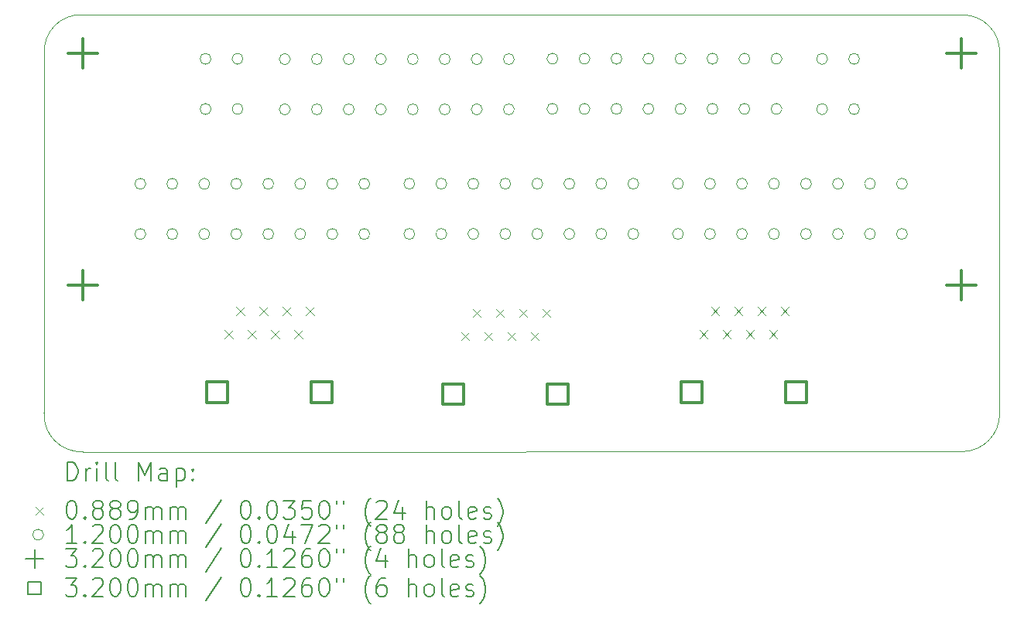
<source format=gbr>
%TF.GenerationSoftware,KiCad,Pcbnew,7.0.7*%
%TF.CreationDate,2024-06-02T15:26:51-07:00*%
%TF.ProjectId,AnalogBox,416e616c-6f67-4426-9f78-2e6b69636164,rev?*%
%TF.SameCoordinates,Original*%
%TF.FileFunction,Drillmap*%
%TF.FilePolarity,Positive*%
%FSLAX45Y45*%
G04 Gerber Fmt 4.5, Leading zero omitted, Abs format (unit mm)*
G04 Created by KiCad (PCBNEW 7.0.7) date 2024-06-02 15:26:51*
%MOMM*%
%LPD*%
G01*
G04 APERTURE LIST*
%ADD10C,0.100000*%
%ADD11C,0.200000*%
%ADD12C,0.088900*%
%ADD13C,0.120000*%
%ADD14C,0.320000*%
%ADD15C,0.320040*%
G04 APERTURE END LIST*
D10*
X18950000Y-12775000D02*
X18949522Y-8839973D01*
X8497902Y-12774896D02*
G75*
G03*
X8925000Y-13200000I405098J-20104D01*
G01*
X8928292Y-8412941D02*
X18536000Y-8415000D01*
X18536004Y-13199170D02*
G75*
G03*
X18950000Y-12775000I1996J412170D01*
G01*
X8497902Y-12774896D02*
X8500000Y-8840000D01*
X8925000Y-13200000D02*
X18536004Y-13199170D01*
X8928292Y-8412943D02*
G75*
G03*
X8500000Y-8840000I-29152J-399057D01*
G01*
X18949522Y-8839973D02*
G75*
G03*
X18536000Y-8415000I-401522J22973D01*
G01*
D11*
D12*
X10473550Y-11868550D02*
X10562450Y-11957450D01*
X10562450Y-11868550D02*
X10473550Y-11957450D01*
X10600550Y-11614550D02*
X10689450Y-11703450D01*
X10689450Y-11614550D02*
X10600550Y-11703450D01*
X10727550Y-11868550D02*
X10816450Y-11957450D01*
X10816450Y-11868550D02*
X10727550Y-11957450D01*
X10854550Y-11614550D02*
X10943450Y-11703450D01*
X10943450Y-11614550D02*
X10854550Y-11703450D01*
X10981550Y-11868550D02*
X11070450Y-11957450D01*
X11070450Y-11868550D02*
X10981550Y-11957450D01*
X11108550Y-11614550D02*
X11197450Y-11703450D01*
X11197450Y-11614550D02*
X11108550Y-11703450D01*
X11235550Y-11868550D02*
X11324450Y-11957450D01*
X11324450Y-11868550D02*
X11235550Y-11957450D01*
X11362550Y-11614550D02*
X11451450Y-11703450D01*
X11451450Y-11614550D02*
X11362550Y-11703450D01*
X13057550Y-11890550D02*
X13146450Y-11979450D01*
X13146450Y-11890550D02*
X13057550Y-11979450D01*
X13184550Y-11636550D02*
X13273450Y-11725450D01*
X13273450Y-11636550D02*
X13184550Y-11725450D01*
X13311550Y-11890550D02*
X13400450Y-11979450D01*
X13400450Y-11890550D02*
X13311550Y-11979450D01*
X13438550Y-11636550D02*
X13527450Y-11725450D01*
X13527450Y-11636550D02*
X13438550Y-11725450D01*
X13565550Y-11890550D02*
X13654450Y-11979450D01*
X13654450Y-11890550D02*
X13565550Y-11979450D01*
X13692550Y-11636550D02*
X13781450Y-11725450D01*
X13781450Y-11636550D02*
X13692550Y-11725450D01*
X13819550Y-11890550D02*
X13908450Y-11979450D01*
X13908450Y-11890550D02*
X13819550Y-11979450D01*
X13946550Y-11636550D02*
X14035450Y-11725450D01*
X14035450Y-11636550D02*
X13946550Y-11725450D01*
X15665540Y-11868010D02*
X15754440Y-11956910D01*
X15754440Y-11868010D02*
X15665540Y-11956910D01*
X15792540Y-11614010D02*
X15881440Y-11702910D01*
X15881440Y-11614010D02*
X15792540Y-11702910D01*
X15919540Y-11868010D02*
X16008440Y-11956910D01*
X16008440Y-11868010D02*
X15919540Y-11956910D01*
X16046540Y-11614010D02*
X16135440Y-11702910D01*
X16135440Y-11614010D02*
X16046540Y-11702910D01*
X16173540Y-11868010D02*
X16262440Y-11956910D01*
X16262440Y-11868010D02*
X16173540Y-11956910D01*
X16300540Y-11614010D02*
X16389440Y-11702910D01*
X16389440Y-11614010D02*
X16300540Y-11702910D01*
X16427540Y-11868010D02*
X16516440Y-11956910D01*
X16516440Y-11868010D02*
X16427540Y-11956910D01*
X16554540Y-11614010D02*
X16643440Y-11702910D01*
X16643440Y-11614010D02*
X16554540Y-11702910D01*
D13*
X9610000Y-10265000D02*
G75*
G03*
X9610000Y-10265000I-60000J0D01*
G01*
X9610000Y-10815000D02*
G75*
G03*
X9610000Y-10815000I-60000J0D01*
G01*
X9960000Y-10265000D02*
G75*
G03*
X9960000Y-10265000I-60000J0D01*
G01*
X9960000Y-10815000D02*
G75*
G03*
X9960000Y-10815000I-60000J0D01*
G01*
X10310000Y-10265000D02*
G75*
G03*
X10310000Y-10265000I-60000J0D01*
G01*
X10310000Y-10815000D02*
G75*
G03*
X10310000Y-10815000I-60000J0D01*
G01*
X10324000Y-8895250D02*
G75*
G03*
X10324000Y-8895250I-60000J0D01*
G01*
X10324000Y-9445250D02*
G75*
G03*
X10324000Y-9445250I-60000J0D01*
G01*
X10660000Y-10265000D02*
G75*
G03*
X10660000Y-10265000I-60000J0D01*
G01*
X10660000Y-10815000D02*
G75*
G03*
X10660000Y-10815000I-60000J0D01*
G01*
X10674000Y-8895250D02*
G75*
G03*
X10674000Y-8895250I-60000J0D01*
G01*
X10674000Y-9445250D02*
G75*
G03*
X10674000Y-9445250I-60000J0D01*
G01*
X11010000Y-10265000D02*
G75*
G03*
X11010000Y-10265000I-60000J0D01*
G01*
X11010000Y-10815000D02*
G75*
G03*
X11010000Y-10815000I-60000J0D01*
G01*
X11191000Y-8899000D02*
G75*
G03*
X11191000Y-8899000I-60000J0D01*
G01*
X11191000Y-9449000D02*
G75*
G03*
X11191000Y-9449000I-60000J0D01*
G01*
X11360000Y-10265000D02*
G75*
G03*
X11360000Y-10265000I-60000J0D01*
G01*
X11360000Y-10815000D02*
G75*
G03*
X11360000Y-10815000I-60000J0D01*
G01*
X11541000Y-8899000D02*
G75*
G03*
X11541000Y-8899000I-60000J0D01*
G01*
X11541000Y-9449000D02*
G75*
G03*
X11541000Y-9449000I-60000J0D01*
G01*
X11710000Y-10265000D02*
G75*
G03*
X11710000Y-10265000I-60000J0D01*
G01*
X11710000Y-10815000D02*
G75*
G03*
X11710000Y-10815000I-60000J0D01*
G01*
X11891000Y-8899000D02*
G75*
G03*
X11891000Y-8899000I-60000J0D01*
G01*
X11891000Y-9449000D02*
G75*
G03*
X11891000Y-9449000I-60000J0D01*
G01*
X12060000Y-10265000D02*
G75*
G03*
X12060000Y-10265000I-60000J0D01*
G01*
X12060000Y-10815000D02*
G75*
G03*
X12060000Y-10815000I-60000J0D01*
G01*
X12241000Y-8899000D02*
G75*
G03*
X12241000Y-8899000I-60000J0D01*
G01*
X12241000Y-9449000D02*
G75*
G03*
X12241000Y-9449000I-60000J0D01*
G01*
X12553000Y-10264000D02*
G75*
G03*
X12553000Y-10264000I-60000J0D01*
G01*
X12553000Y-10814000D02*
G75*
G03*
X12553000Y-10814000I-60000J0D01*
G01*
X12591000Y-8899000D02*
G75*
G03*
X12591000Y-8899000I-60000J0D01*
G01*
X12591000Y-9449000D02*
G75*
G03*
X12591000Y-9449000I-60000J0D01*
G01*
X12903000Y-10264000D02*
G75*
G03*
X12903000Y-10264000I-60000J0D01*
G01*
X12903000Y-10814000D02*
G75*
G03*
X12903000Y-10814000I-60000J0D01*
G01*
X12941000Y-8899000D02*
G75*
G03*
X12941000Y-8899000I-60000J0D01*
G01*
X12941000Y-9449000D02*
G75*
G03*
X12941000Y-9449000I-60000J0D01*
G01*
X13253000Y-10264000D02*
G75*
G03*
X13253000Y-10264000I-60000J0D01*
G01*
X13253000Y-10814000D02*
G75*
G03*
X13253000Y-10814000I-60000J0D01*
G01*
X13291000Y-8899000D02*
G75*
G03*
X13291000Y-8899000I-60000J0D01*
G01*
X13291000Y-9449000D02*
G75*
G03*
X13291000Y-9449000I-60000J0D01*
G01*
X13603000Y-10264000D02*
G75*
G03*
X13603000Y-10264000I-60000J0D01*
G01*
X13603000Y-10814000D02*
G75*
G03*
X13603000Y-10814000I-60000J0D01*
G01*
X13641000Y-8899000D02*
G75*
G03*
X13641000Y-8899000I-60000J0D01*
G01*
X13641000Y-9449000D02*
G75*
G03*
X13641000Y-9449000I-60000J0D01*
G01*
X13953000Y-10264000D02*
G75*
G03*
X13953000Y-10264000I-60000J0D01*
G01*
X13953000Y-10814000D02*
G75*
G03*
X13953000Y-10814000I-60000J0D01*
G01*
X14119000Y-8894000D02*
G75*
G03*
X14119000Y-8894000I-60000J0D01*
G01*
X14119000Y-9444000D02*
G75*
G03*
X14119000Y-9444000I-60000J0D01*
G01*
X14303000Y-10264000D02*
G75*
G03*
X14303000Y-10264000I-60000J0D01*
G01*
X14303000Y-10814000D02*
G75*
G03*
X14303000Y-10814000I-60000J0D01*
G01*
X14469000Y-8894000D02*
G75*
G03*
X14469000Y-8894000I-60000J0D01*
G01*
X14469000Y-9444000D02*
G75*
G03*
X14469000Y-9444000I-60000J0D01*
G01*
X14653000Y-10264000D02*
G75*
G03*
X14653000Y-10264000I-60000J0D01*
G01*
X14653000Y-10814000D02*
G75*
G03*
X14653000Y-10814000I-60000J0D01*
G01*
X14819000Y-8894000D02*
G75*
G03*
X14819000Y-8894000I-60000J0D01*
G01*
X14819000Y-9444000D02*
G75*
G03*
X14819000Y-9444000I-60000J0D01*
G01*
X15003000Y-10264000D02*
G75*
G03*
X15003000Y-10264000I-60000J0D01*
G01*
X15003000Y-10814000D02*
G75*
G03*
X15003000Y-10814000I-60000J0D01*
G01*
X15169000Y-8894000D02*
G75*
G03*
X15169000Y-8894000I-60000J0D01*
G01*
X15169000Y-9444000D02*
G75*
G03*
X15169000Y-9444000I-60000J0D01*
G01*
X15492000Y-10264000D02*
G75*
G03*
X15492000Y-10264000I-60000J0D01*
G01*
X15492000Y-10814000D02*
G75*
G03*
X15492000Y-10814000I-60000J0D01*
G01*
X15519000Y-8894000D02*
G75*
G03*
X15519000Y-8894000I-60000J0D01*
G01*
X15519000Y-9444000D02*
G75*
G03*
X15519000Y-9444000I-60000J0D01*
G01*
X15842000Y-10264000D02*
G75*
G03*
X15842000Y-10264000I-60000J0D01*
G01*
X15842000Y-10814000D02*
G75*
G03*
X15842000Y-10814000I-60000J0D01*
G01*
X15869000Y-8894000D02*
G75*
G03*
X15869000Y-8894000I-60000J0D01*
G01*
X15869000Y-9444000D02*
G75*
G03*
X15869000Y-9444000I-60000J0D01*
G01*
X16192000Y-10264000D02*
G75*
G03*
X16192000Y-10264000I-60000J0D01*
G01*
X16192000Y-10814000D02*
G75*
G03*
X16192000Y-10814000I-60000J0D01*
G01*
X16219000Y-8894000D02*
G75*
G03*
X16219000Y-8894000I-60000J0D01*
G01*
X16219000Y-9444000D02*
G75*
G03*
X16219000Y-9444000I-60000J0D01*
G01*
X16542000Y-10264000D02*
G75*
G03*
X16542000Y-10264000I-60000J0D01*
G01*
X16542000Y-10814000D02*
G75*
G03*
X16542000Y-10814000I-60000J0D01*
G01*
X16569000Y-8894000D02*
G75*
G03*
X16569000Y-8894000I-60000J0D01*
G01*
X16569000Y-9444000D02*
G75*
G03*
X16569000Y-9444000I-60000J0D01*
G01*
X16892000Y-10264000D02*
G75*
G03*
X16892000Y-10264000I-60000J0D01*
G01*
X16892000Y-10814000D02*
G75*
G03*
X16892000Y-10814000I-60000J0D01*
G01*
X17068000Y-8896250D02*
G75*
G03*
X17068000Y-8896250I-60000J0D01*
G01*
X17068000Y-9446250D02*
G75*
G03*
X17068000Y-9446250I-60000J0D01*
G01*
X17242000Y-10264000D02*
G75*
G03*
X17242000Y-10264000I-60000J0D01*
G01*
X17242000Y-10814000D02*
G75*
G03*
X17242000Y-10814000I-60000J0D01*
G01*
X17418000Y-8896250D02*
G75*
G03*
X17418000Y-8896250I-60000J0D01*
G01*
X17418000Y-9446250D02*
G75*
G03*
X17418000Y-9446250I-60000J0D01*
G01*
X17592000Y-10264000D02*
G75*
G03*
X17592000Y-10264000I-60000J0D01*
G01*
X17592000Y-10814000D02*
G75*
G03*
X17592000Y-10814000I-60000J0D01*
G01*
X17942000Y-10264000D02*
G75*
G03*
X17942000Y-10264000I-60000J0D01*
G01*
X17942000Y-10814000D02*
G75*
G03*
X17942000Y-10814000I-60000J0D01*
G01*
D14*
X8920000Y-8675000D02*
X8920000Y-8995000D01*
X8760000Y-8835000D02*
X9080000Y-8835000D01*
X8920000Y-11215000D02*
X8920000Y-11535000D01*
X8760000Y-11375000D02*
X9080000Y-11375000D01*
X18531000Y-8675000D02*
X18531000Y-8995000D01*
X18371000Y-8835000D02*
X18691000Y-8835000D01*
X18531000Y-11215000D02*
X18531000Y-11535000D01*
X18371000Y-11375000D02*
X18691000Y-11375000D01*
D15*
X10504152Y-12661152D02*
X10504152Y-12434848D01*
X10277848Y-12434848D01*
X10277848Y-12661152D01*
X10504152Y-12661152D01*
X11647152Y-12661152D02*
X11647152Y-12434848D01*
X11420848Y-12434848D01*
X11420848Y-12661152D01*
X11647152Y-12661152D01*
X13088152Y-12683152D02*
X13088152Y-12456848D01*
X12861848Y-12456848D01*
X12861848Y-12683152D01*
X13088152Y-12683152D01*
X14231152Y-12683152D02*
X14231152Y-12456848D01*
X14004848Y-12456848D01*
X14004848Y-12683152D01*
X14231152Y-12683152D01*
X15696142Y-12660612D02*
X15696142Y-12434308D01*
X15469838Y-12434308D01*
X15469838Y-12660612D01*
X15696142Y-12660612D01*
X16839142Y-12660612D02*
X16839142Y-12434308D01*
X16612838Y-12434308D01*
X16612838Y-12660612D01*
X16839142Y-12660612D01*
D11*
X8753180Y-13517081D02*
X8753180Y-13317081D01*
X8753180Y-13317081D02*
X8800799Y-13317081D01*
X8800799Y-13317081D02*
X8829370Y-13326605D01*
X8829370Y-13326605D02*
X8848418Y-13345652D01*
X8848418Y-13345652D02*
X8857942Y-13364700D01*
X8857942Y-13364700D02*
X8867466Y-13402795D01*
X8867466Y-13402795D02*
X8867466Y-13431366D01*
X8867466Y-13431366D02*
X8857942Y-13469462D01*
X8857942Y-13469462D02*
X8848418Y-13488509D01*
X8848418Y-13488509D02*
X8829370Y-13507557D01*
X8829370Y-13507557D02*
X8800799Y-13517081D01*
X8800799Y-13517081D02*
X8753180Y-13517081D01*
X8953180Y-13517081D02*
X8953180Y-13383747D01*
X8953180Y-13421843D02*
X8962704Y-13402795D01*
X8962704Y-13402795D02*
X8972227Y-13393271D01*
X8972227Y-13393271D02*
X8991275Y-13383747D01*
X8991275Y-13383747D02*
X9010323Y-13383747D01*
X9076989Y-13517081D02*
X9076989Y-13383747D01*
X9076989Y-13317081D02*
X9067466Y-13326605D01*
X9067466Y-13326605D02*
X9076989Y-13336128D01*
X9076989Y-13336128D02*
X9086513Y-13326605D01*
X9086513Y-13326605D02*
X9076989Y-13317081D01*
X9076989Y-13317081D02*
X9076989Y-13336128D01*
X9200799Y-13517081D02*
X9181751Y-13507557D01*
X9181751Y-13507557D02*
X9172227Y-13488509D01*
X9172227Y-13488509D02*
X9172227Y-13317081D01*
X9305561Y-13517081D02*
X9286513Y-13507557D01*
X9286513Y-13507557D02*
X9276989Y-13488509D01*
X9276989Y-13488509D02*
X9276989Y-13317081D01*
X9534132Y-13517081D02*
X9534132Y-13317081D01*
X9534132Y-13317081D02*
X9600799Y-13459938D01*
X9600799Y-13459938D02*
X9667466Y-13317081D01*
X9667466Y-13317081D02*
X9667466Y-13517081D01*
X9848418Y-13517081D02*
X9848418Y-13412319D01*
X9848418Y-13412319D02*
X9838894Y-13393271D01*
X9838894Y-13393271D02*
X9819847Y-13383747D01*
X9819847Y-13383747D02*
X9781751Y-13383747D01*
X9781751Y-13383747D02*
X9762704Y-13393271D01*
X9848418Y-13507557D02*
X9829370Y-13517081D01*
X9829370Y-13517081D02*
X9781751Y-13517081D01*
X9781751Y-13517081D02*
X9762704Y-13507557D01*
X9762704Y-13507557D02*
X9753180Y-13488509D01*
X9753180Y-13488509D02*
X9753180Y-13469462D01*
X9753180Y-13469462D02*
X9762704Y-13450414D01*
X9762704Y-13450414D02*
X9781751Y-13440890D01*
X9781751Y-13440890D02*
X9829370Y-13440890D01*
X9829370Y-13440890D02*
X9848418Y-13431366D01*
X9943656Y-13383747D02*
X9943656Y-13583747D01*
X9943656Y-13393271D02*
X9962704Y-13383747D01*
X9962704Y-13383747D02*
X10000799Y-13383747D01*
X10000799Y-13383747D02*
X10019847Y-13393271D01*
X10019847Y-13393271D02*
X10029370Y-13402795D01*
X10029370Y-13402795D02*
X10038894Y-13421843D01*
X10038894Y-13421843D02*
X10038894Y-13478985D01*
X10038894Y-13478985D02*
X10029370Y-13498033D01*
X10029370Y-13498033D02*
X10019847Y-13507557D01*
X10019847Y-13507557D02*
X10000799Y-13517081D01*
X10000799Y-13517081D02*
X9962704Y-13517081D01*
X9962704Y-13517081D02*
X9943656Y-13507557D01*
X10124608Y-13498033D02*
X10134132Y-13507557D01*
X10134132Y-13507557D02*
X10124608Y-13517081D01*
X10124608Y-13517081D02*
X10115085Y-13507557D01*
X10115085Y-13507557D02*
X10124608Y-13498033D01*
X10124608Y-13498033D02*
X10124608Y-13517081D01*
X10124608Y-13393271D02*
X10134132Y-13402795D01*
X10134132Y-13402795D02*
X10124608Y-13412319D01*
X10124608Y-13412319D02*
X10115085Y-13402795D01*
X10115085Y-13402795D02*
X10124608Y-13393271D01*
X10124608Y-13393271D02*
X10124608Y-13412319D01*
D12*
X8403503Y-13801147D02*
X8492403Y-13890047D01*
X8492403Y-13801147D02*
X8403503Y-13890047D01*
D11*
X8791275Y-13737081D02*
X8810323Y-13737081D01*
X8810323Y-13737081D02*
X8829370Y-13746605D01*
X8829370Y-13746605D02*
X8838894Y-13756128D01*
X8838894Y-13756128D02*
X8848418Y-13775176D01*
X8848418Y-13775176D02*
X8857942Y-13813271D01*
X8857942Y-13813271D02*
X8857942Y-13860890D01*
X8857942Y-13860890D02*
X8848418Y-13898985D01*
X8848418Y-13898985D02*
X8838894Y-13918033D01*
X8838894Y-13918033D02*
X8829370Y-13927557D01*
X8829370Y-13927557D02*
X8810323Y-13937081D01*
X8810323Y-13937081D02*
X8791275Y-13937081D01*
X8791275Y-13937081D02*
X8772227Y-13927557D01*
X8772227Y-13927557D02*
X8762704Y-13918033D01*
X8762704Y-13918033D02*
X8753180Y-13898985D01*
X8753180Y-13898985D02*
X8743656Y-13860890D01*
X8743656Y-13860890D02*
X8743656Y-13813271D01*
X8743656Y-13813271D02*
X8753180Y-13775176D01*
X8753180Y-13775176D02*
X8762704Y-13756128D01*
X8762704Y-13756128D02*
X8772227Y-13746605D01*
X8772227Y-13746605D02*
X8791275Y-13737081D01*
X8943656Y-13918033D02*
X8953180Y-13927557D01*
X8953180Y-13927557D02*
X8943656Y-13937081D01*
X8943656Y-13937081D02*
X8934132Y-13927557D01*
X8934132Y-13927557D02*
X8943656Y-13918033D01*
X8943656Y-13918033D02*
X8943656Y-13937081D01*
X9067466Y-13822795D02*
X9048418Y-13813271D01*
X9048418Y-13813271D02*
X9038894Y-13803747D01*
X9038894Y-13803747D02*
X9029370Y-13784700D01*
X9029370Y-13784700D02*
X9029370Y-13775176D01*
X9029370Y-13775176D02*
X9038894Y-13756128D01*
X9038894Y-13756128D02*
X9048418Y-13746605D01*
X9048418Y-13746605D02*
X9067466Y-13737081D01*
X9067466Y-13737081D02*
X9105561Y-13737081D01*
X9105561Y-13737081D02*
X9124608Y-13746605D01*
X9124608Y-13746605D02*
X9134132Y-13756128D01*
X9134132Y-13756128D02*
X9143656Y-13775176D01*
X9143656Y-13775176D02*
X9143656Y-13784700D01*
X9143656Y-13784700D02*
X9134132Y-13803747D01*
X9134132Y-13803747D02*
X9124608Y-13813271D01*
X9124608Y-13813271D02*
X9105561Y-13822795D01*
X9105561Y-13822795D02*
X9067466Y-13822795D01*
X9067466Y-13822795D02*
X9048418Y-13832319D01*
X9048418Y-13832319D02*
X9038894Y-13841843D01*
X9038894Y-13841843D02*
X9029370Y-13860890D01*
X9029370Y-13860890D02*
X9029370Y-13898985D01*
X9029370Y-13898985D02*
X9038894Y-13918033D01*
X9038894Y-13918033D02*
X9048418Y-13927557D01*
X9048418Y-13927557D02*
X9067466Y-13937081D01*
X9067466Y-13937081D02*
X9105561Y-13937081D01*
X9105561Y-13937081D02*
X9124608Y-13927557D01*
X9124608Y-13927557D02*
X9134132Y-13918033D01*
X9134132Y-13918033D02*
X9143656Y-13898985D01*
X9143656Y-13898985D02*
X9143656Y-13860890D01*
X9143656Y-13860890D02*
X9134132Y-13841843D01*
X9134132Y-13841843D02*
X9124608Y-13832319D01*
X9124608Y-13832319D02*
X9105561Y-13822795D01*
X9257942Y-13822795D02*
X9238894Y-13813271D01*
X9238894Y-13813271D02*
X9229370Y-13803747D01*
X9229370Y-13803747D02*
X9219847Y-13784700D01*
X9219847Y-13784700D02*
X9219847Y-13775176D01*
X9219847Y-13775176D02*
X9229370Y-13756128D01*
X9229370Y-13756128D02*
X9238894Y-13746605D01*
X9238894Y-13746605D02*
X9257942Y-13737081D01*
X9257942Y-13737081D02*
X9296037Y-13737081D01*
X9296037Y-13737081D02*
X9315085Y-13746605D01*
X9315085Y-13746605D02*
X9324608Y-13756128D01*
X9324608Y-13756128D02*
X9334132Y-13775176D01*
X9334132Y-13775176D02*
X9334132Y-13784700D01*
X9334132Y-13784700D02*
X9324608Y-13803747D01*
X9324608Y-13803747D02*
X9315085Y-13813271D01*
X9315085Y-13813271D02*
X9296037Y-13822795D01*
X9296037Y-13822795D02*
X9257942Y-13822795D01*
X9257942Y-13822795D02*
X9238894Y-13832319D01*
X9238894Y-13832319D02*
X9229370Y-13841843D01*
X9229370Y-13841843D02*
X9219847Y-13860890D01*
X9219847Y-13860890D02*
X9219847Y-13898985D01*
X9219847Y-13898985D02*
X9229370Y-13918033D01*
X9229370Y-13918033D02*
X9238894Y-13927557D01*
X9238894Y-13927557D02*
X9257942Y-13937081D01*
X9257942Y-13937081D02*
X9296037Y-13937081D01*
X9296037Y-13937081D02*
X9315085Y-13927557D01*
X9315085Y-13927557D02*
X9324608Y-13918033D01*
X9324608Y-13918033D02*
X9334132Y-13898985D01*
X9334132Y-13898985D02*
X9334132Y-13860890D01*
X9334132Y-13860890D02*
X9324608Y-13841843D01*
X9324608Y-13841843D02*
X9315085Y-13832319D01*
X9315085Y-13832319D02*
X9296037Y-13822795D01*
X9429370Y-13937081D02*
X9467466Y-13937081D01*
X9467466Y-13937081D02*
X9486513Y-13927557D01*
X9486513Y-13927557D02*
X9496037Y-13918033D01*
X9496037Y-13918033D02*
X9515085Y-13889462D01*
X9515085Y-13889462D02*
X9524608Y-13851366D01*
X9524608Y-13851366D02*
X9524608Y-13775176D01*
X9524608Y-13775176D02*
X9515085Y-13756128D01*
X9515085Y-13756128D02*
X9505561Y-13746605D01*
X9505561Y-13746605D02*
X9486513Y-13737081D01*
X9486513Y-13737081D02*
X9448418Y-13737081D01*
X9448418Y-13737081D02*
X9429370Y-13746605D01*
X9429370Y-13746605D02*
X9419847Y-13756128D01*
X9419847Y-13756128D02*
X9410323Y-13775176D01*
X9410323Y-13775176D02*
X9410323Y-13822795D01*
X9410323Y-13822795D02*
X9419847Y-13841843D01*
X9419847Y-13841843D02*
X9429370Y-13851366D01*
X9429370Y-13851366D02*
X9448418Y-13860890D01*
X9448418Y-13860890D02*
X9486513Y-13860890D01*
X9486513Y-13860890D02*
X9505561Y-13851366D01*
X9505561Y-13851366D02*
X9515085Y-13841843D01*
X9515085Y-13841843D02*
X9524608Y-13822795D01*
X9610323Y-13937081D02*
X9610323Y-13803747D01*
X9610323Y-13822795D02*
X9619847Y-13813271D01*
X9619847Y-13813271D02*
X9638894Y-13803747D01*
X9638894Y-13803747D02*
X9667466Y-13803747D01*
X9667466Y-13803747D02*
X9686513Y-13813271D01*
X9686513Y-13813271D02*
X9696037Y-13832319D01*
X9696037Y-13832319D02*
X9696037Y-13937081D01*
X9696037Y-13832319D02*
X9705561Y-13813271D01*
X9705561Y-13813271D02*
X9724608Y-13803747D01*
X9724608Y-13803747D02*
X9753180Y-13803747D01*
X9753180Y-13803747D02*
X9772228Y-13813271D01*
X9772228Y-13813271D02*
X9781751Y-13832319D01*
X9781751Y-13832319D02*
X9781751Y-13937081D01*
X9876989Y-13937081D02*
X9876989Y-13803747D01*
X9876989Y-13822795D02*
X9886513Y-13813271D01*
X9886513Y-13813271D02*
X9905561Y-13803747D01*
X9905561Y-13803747D02*
X9934132Y-13803747D01*
X9934132Y-13803747D02*
X9953180Y-13813271D01*
X9953180Y-13813271D02*
X9962704Y-13832319D01*
X9962704Y-13832319D02*
X9962704Y-13937081D01*
X9962704Y-13832319D02*
X9972228Y-13813271D01*
X9972228Y-13813271D02*
X9991275Y-13803747D01*
X9991275Y-13803747D02*
X10019847Y-13803747D01*
X10019847Y-13803747D02*
X10038894Y-13813271D01*
X10038894Y-13813271D02*
X10048418Y-13832319D01*
X10048418Y-13832319D02*
X10048418Y-13937081D01*
X10438894Y-13727557D02*
X10267466Y-13984700D01*
X10696037Y-13737081D02*
X10715085Y-13737081D01*
X10715085Y-13737081D02*
X10734132Y-13746605D01*
X10734132Y-13746605D02*
X10743656Y-13756128D01*
X10743656Y-13756128D02*
X10753180Y-13775176D01*
X10753180Y-13775176D02*
X10762704Y-13813271D01*
X10762704Y-13813271D02*
X10762704Y-13860890D01*
X10762704Y-13860890D02*
X10753180Y-13898985D01*
X10753180Y-13898985D02*
X10743656Y-13918033D01*
X10743656Y-13918033D02*
X10734132Y-13927557D01*
X10734132Y-13927557D02*
X10715085Y-13937081D01*
X10715085Y-13937081D02*
X10696037Y-13937081D01*
X10696037Y-13937081D02*
X10676990Y-13927557D01*
X10676990Y-13927557D02*
X10667466Y-13918033D01*
X10667466Y-13918033D02*
X10657942Y-13898985D01*
X10657942Y-13898985D02*
X10648418Y-13860890D01*
X10648418Y-13860890D02*
X10648418Y-13813271D01*
X10648418Y-13813271D02*
X10657942Y-13775176D01*
X10657942Y-13775176D02*
X10667466Y-13756128D01*
X10667466Y-13756128D02*
X10676990Y-13746605D01*
X10676990Y-13746605D02*
X10696037Y-13737081D01*
X10848418Y-13918033D02*
X10857942Y-13927557D01*
X10857942Y-13927557D02*
X10848418Y-13937081D01*
X10848418Y-13937081D02*
X10838894Y-13927557D01*
X10838894Y-13927557D02*
X10848418Y-13918033D01*
X10848418Y-13918033D02*
X10848418Y-13937081D01*
X10981751Y-13737081D02*
X11000799Y-13737081D01*
X11000799Y-13737081D02*
X11019847Y-13746605D01*
X11019847Y-13746605D02*
X11029371Y-13756128D01*
X11029371Y-13756128D02*
X11038894Y-13775176D01*
X11038894Y-13775176D02*
X11048418Y-13813271D01*
X11048418Y-13813271D02*
X11048418Y-13860890D01*
X11048418Y-13860890D02*
X11038894Y-13898985D01*
X11038894Y-13898985D02*
X11029371Y-13918033D01*
X11029371Y-13918033D02*
X11019847Y-13927557D01*
X11019847Y-13927557D02*
X11000799Y-13937081D01*
X11000799Y-13937081D02*
X10981751Y-13937081D01*
X10981751Y-13937081D02*
X10962704Y-13927557D01*
X10962704Y-13927557D02*
X10953180Y-13918033D01*
X10953180Y-13918033D02*
X10943656Y-13898985D01*
X10943656Y-13898985D02*
X10934132Y-13860890D01*
X10934132Y-13860890D02*
X10934132Y-13813271D01*
X10934132Y-13813271D02*
X10943656Y-13775176D01*
X10943656Y-13775176D02*
X10953180Y-13756128D01*
X10953180Y-13756128D02*
X10962704Y-13746605D01*
X10962704Y-13746605D02*
X10981751Y-13737081D01*
X11115085Y-13737081D02*
X11238894Y-13737081D01*
X11238894Y-13737081D02*
X11172228Y-13813271D01*
X11172228Y-13813271D02*
X11200799Y-13813271D01*
X11200799Y-13813271D02*
X11219847Y-13822795D01*
X11219847Y-13822795D02*
X11229370Y-13832319D01*
X11229370Y-13832319D02*
X11238894Y-13851366D01*
X11238894Y-13851366D02*
X11238894Y-13898985D01*
X11238894Y-13898985D02*
X11229370Y-13918033D01*
X11229370Y-13918033D02*
X11219847Y-13927557D01*
X11219847Y-13927557D02*
X11200799Y-13937081D01*
X11200799Y-13937081D02*
X11143656Y-13937081D01*
X11143656Y-13937081D02*
X11124609Y-13927557D01*
X11124609Y-13927557D02*
X11115085Y-13918033D01*
X11419847Y-13737081D02*
X11324609Y-13737081D01*
X11324609Y-13737081D02*
X11315085Y-13832319D01*
X11315085Y-13832319D02*
X11324609Y-13822795D01*
X11324609Y-13822795D02*
X11343656Y-13813271D01*
X11343656Y-13813271D02*
X11391275Y-13813271D01*
X11391275Y-13813271D02*
X11410323Y-13822795D01*
X11410323Y-13822795D02*
X11419847Y-13832319D01*
X11419847Y-13832319D02*
X11429370Y-13851366D01*
X11429370Y-13851366D02*
X11429370Y-13898985D01*
X11429370Y-13898985D02*
X11419847Y-13918033D01*
X11419847Y-13918033D02*
X11410323Y-13927557D01*
X11410323Y-13927557D02*
X11391275Y-13937081D01*
X11391275Y-13937081D02*
X11343656Y-13937081D01*
X11343656Y-13937081D02*
X11324609Y-13927557D01*
X11324609Y-13927557D02*
X11315085Y-13918033D01*
X11553180Y-13737081D02*
X11572228Y-13737081D01*
X11572228Y-13737081D02*
X11591275Y-13746605D01*
X11591275Y-13746605D02*
X11600799Y-13756128D01*
X11600799Y-13756128D02*
X11610323Y-13775176D01*
X11610323Y-13775176D02*
X11619847Y-13813271D01*
X11619847Y-13813271D02*
X11619847Y-13860890D01*
X11619847Y-13860890D02*
X11610323Y-13898985D01*
X11610323Y-13898985D02*
X11600799Y-13918033D01*
X11600799Y-13918033D02*
X11591275Y-13927557D01*
X11591275Y-13927557D02*
X11572228Y-13937081D01*
X11572228Y-13937081D02*
X11553180Y-13937081D01*
X11553180Y-13937081D02*
X11534132Y-13927557D01*
X11534132Y-13927557D02*
X11524609Y-13918033D01*
X11524609Y-13918033D02*
X11515085Y-13898985D01*
X11515085Y-13898985D02*
X11505561Y-13860890D01*
X11505561Y-13860890D02*
X11505561Y-13813271D01*
X11505561Y-13813271D02*
X11515085Y-13775176D01*
X11515085Y-13775176D02*
X11524609Y-13756128D01*
X11524609Y-13756128D02*
X11534132Y-13746605D01*
X11534132Y-13746605D02*
X11553180Y-13737081D01*
X11696037Y-13737081D02*
X11696037Y-13775176D01*
X11772228Y-13737081D02*
X11772228Y-13775176D01*
X12067466Y-14013271D02*
X12057942Y-14003747D01*
X12057942Y-14003747D02*
X12038894Y-13975176D01*
X12038894Y-13975176D02*
X12029371Y-13956128D01*
X12029371Y-13956128D02*
X12019847Y-13927557D01*
X12019847Y-13927557D02*
X12010323Y-13879938D01*
X12010323Y-13879938D02*
X12010323Y-13841843D01*
X12010323Y-13841843D02*
X12019847Y-13794224D01*
X12019847Y-13794224D02*
X12029371Y-13765652D01*
X12029371Y-13765652D02*
X12038894Y-13746605D01*
X12038894Y-13746605D02*
X12057942Y-13718033D01*
X12057942Y-13718033D02*
X12067466Y-13708509D01*
X12134132Y-13756128D02*
X12143656Y-13746605D01*
X12143656Y-13746605D02*
X12162704Y-13737081D01*
X12162704Y-13737081D02*
X12210323Y-13737081D01*
X12210323Y-13737081D02*
X12229371Y-13746605D01*
X12229371Y-13746605D02*
X12238894Y-13756128D01*
X12238894Y-13756128D02*
X12248418Y-13775176D01*
X12248418Y-13775176D02*
X12248418Y-13794224D01*
X12248418Y-13794224D02*
X12238894Y-13822795D01*
X12238894Y-13822795D02*
X12124609Y-13937081D01*
X12124609Y-13937081D02*
X12248418Y-13937081D01*
X12419847Y-13803747D02*
X12419847Y-13937081D01*
X12372228Y-13727557D02*
X12324609Y-13870414D01*
X12324609Y-13870414D02*
X12448418Y-13870414D01*
X12676990Y-13937081D02*
X12676990Y-13737081D01*
X12762704Y-13937081D02*
X12762704Y-13832319D01*
X12762704Y-13832319D02*
X12753180Y-13813271D01*
X12753180Y-13813271D02*
X12734133Y-13803747D01*
X12734133Y-13803747D02*
X12705561Y-13803747D01*
X12705561Y-13803747D02*
X12686513Y-13813271D01*
X12686513Y-13813271D02*
X12676990Y-13822795D01*
X12886513Y-13937081D02*
X12867466Y-13927557D01*
X12867466Y-13927557D02*
X12857942Y-13918033D01*
X12857942Y-13918033D02*
X12848418Y-13898985D01*
X12848418Y-13898985D02*
X12848418Y-13841843D01*
X12848418Y-13841843D02*
X12857942Y-13822795D01*
X12857942Y-13822795D02*
X12867466Y-13813271D01*
X12867466Y-13813271D02*
X12886513Y-13803747D01*
X12886513Y-13803747D02*
X12915085Y-13803747D01*
X12915085Y-13803747D02*
X12934133Y-13813271D01*
X12934133Y-13813271D02*
X12943656Y-13822795D01*
X12943656Y-13822795D02*
X12953180Y-13841843D01*
X12953180Y-13841843D02*
X12953180Y-13898985D01*
X12953180Y-13898985D02*
X12943656Y-13918033D01*
X12943656Y-13918033D02*
X12934133Y-13927557D01*
X12934133Y-13927557D02*
X12915085Y-13937081D01*
X12915085Y-13937081D02*
X12886513Y-13937081D01*
X13067466Y-13937081D02*
X13048418Y-13927557D01*
X13048418Y-13927557D02*
X13038894Y-13908509D01*
X13038894Y-13908509D02*
X13038894Y-13737081D01*
X13219847Y-13927557D02*
X13200799Y-13937081D01*
X13200799Y-13937081D02*
X13162704Y-13937081D01*
X13162704Y-13937081D02*
X13143656Y-13927557D01*
X13143656Y-13927557D02*
X13134133Y-13908509D01*
X13134133Y-13908509D02*
X13134133Y-13832319D01*
X13134133Y-13832319D02*
X13143656Y-13813271D01*
X13143656Y-13813271D02*
X13162704Y-13803747D01*
X13162704Y-13803747D02*
X13200799Y-13803747D01*
X13200799Y-13803747D02*
X13219847Y-13813271D01*
X13219847Y-13813271D02*
X13229371Y-13832319D01*
X13229371Y-13832319D02*
X13229371Y-13851366D01*
X13229371Y-13851366D02*
X13134133Y-13870414D01*
X13305561Y-13927557D02*
X13324609Y-13937081D01*
X13324609Y-13937081D02*
X13362704Y-13937081D01*
X13362704Y-13937081D02*
X13381752Y-13927557D01*
X13381752Y-13927557D02*
X13391275Y-13908509D01*
X13391275Y-13908509D02*
X13391275Y-13898985D01*
X13391275Y-13898985D02*
X13381752Y-13879938D01*
X13381752Y-13879938D02*
X13362704Y-13870414D01*
X13362704Y-13870414D02*
X13334133Y-13870414D01*
X13334133Y-13870414D02*
X13315085Y-13860890D01*
X13315085Y-13860890D02*
X13305561Y-13841843D01*
X13305561Y-13841843D02*
X13305561Y-13832319D01*
X13305561Y-13832319D02*
X13315085Y-13813271D01*
X13315085Y-13813271D02*
X13334133Y-13803747D01*
X13334133Y-13803747D02*
X13362704Y-13803747D01*
X13362704Y-13803747D02*
X13381752Y-13813271D01*
X13457942Y-14013271D02*
X13467466Y-14003747D01*
X13467466Y-14003747D02*
X13486514Y-13975176D01*
X13486514Y-13975176D02*
X13496037Y-13956128D01*
X13496037Y-13956128D02*
X13505561Y-13927557D01*
X13505561Y-13927557D02*
X13515085Y-13879938D01*
X13515085Y-13879938D02*
X13515085Y-13841843D01*
X13515085Y-13841843D02*
X13505561Y-13794224D01*
X13505561Y-13794224D02*
X13496037Y-13765652D01*
X13496037Y-13765652D02*
X13486514Y-13746605D01*
X13486514Y-13746605D02*
X13467466Y-13718033D01*
X13467466Y-13718033D02*
X13457942Y-13708509D01*
D13*
X8492403Y-14109597D02*
G75*
G03*
X8492403Y-14109597I-60000J0D01*
G01*
D11*
X8857942Y-14201081D02*
X8743656Y-14201081D01*
X8800799Y-14201081D02*
X8800799Y-14001081D01*
X8800799Y-14001081D02*
X8781751Y-14029652D01*
X8781751Y-14029652D02*
X8762704Y-14048700D01*
X8762704Y-14048700D02*
X8743656Y-14058224D01*
X8943656Y-14182033D02*
X8953180Y-14191557D01*
X8953180Y-14191557D02*
X8943656Y-14201081D01*
X8943656Y-14201081D02*
X8934132Y-14191557D01*
X8934132Y-14191557D02*
X8943656Y-14182033D01*
X8943656Y-14182033D02*
X8943656Y-14201081D01*
X9029370Y-14020128D02*
X9038894Y-14010605D01*
X9038894Y-14010605D02*
X9057942Y-14001081D01*
X9057942Y-14001081D02*
X9105561Y-14001081D01*
X9105561Y-14001081D02*
X9124608Y-14010605D01*
X9124608Y-14010605D02*
X9134132Y-14020128D01*
X9134132Y-14020128D02*
X9143656Y-14039176D01*
X9143656Y-14039176D02*
X9143656Y-14058224D01*
X9143656Y-14058224D02*
X9134132Y-14086795D01*
X9134132Y-14086795D02*
X9019847Y-14201081D01*
X9019847Y-14201081D02*
X9143656Y-14201081D01*
X9267466Y-14001081D02*
X9286513Y-14001081D01*
X9286513Y-14001081D02*
X9305561Y-14010605D01*
X9305561Y-14010605D02*
X9315085Y-14020128D01*
X9315085Y-14020128D02*
X9324608Y-14039176D01*
X9324608Y-14039176D02*
X9334132Y-14077271D01*
X9334132Y-14077271D02*
X9334132Y-14124890D01*
X9334132Y-14124890D02*
X9324608Y-14162985D01*
X9324608Y-14162985D02*
X9315085Y-14182033D01*
X9315085Y-14182033D02*
X9305561Y-14191557D01*
X9305561Y-14191557D02*
X9286513Y-14201081D01*
X9286513Y-14201081D02*
X9267466Y-14201081D01*
X9267466Y-14201081D02*
X9248418Y-14191557D01*
X9248418Y-14191557D02*
X9238894Y-14182033D01*
X9238894Y-14182033D02*
X9229370Y-14162985D01*
X9229370Y-14162985D02*
X9219847Y-14124890D01*
X9219847Y-14124890D02*
X9219847Y-14077271D01*
X9219847Y-14077271D02*
X9229370Y-14039176D01*
X9229370Y-14039176D02*
X9238894Y-14020128D01*
X9238894Y-14020128D02*
X9248418Y-14010605D01*
X9248418Y-14010605D02*
X9267466Y-14001081D01*
X9457942Y-14001081D02*
X9476989Y-14001081D01*
X9476989Y-14001081D02*
X9496037Y-14010605D01*
X9496037Y-14010605D02*
X9505561Y-14020128D01*
X9505561Y-14020128D02*
X9515085Y-14039176D01*
X9515085Y-14039176D02*
X9524608Y-14077271D01*
X9524608Y-14077271D02*
X9524608Y-14124890D01*
X9524608Y-14124890D02*
X9515085Y-14162985D01*
X9515085Y-14162985D02*
X9505561Y-14182033D01*
X9505561Y-14182033D02*
X9496037Y-14191557D01*
X9496037Y-14191557D02*
X9476989Y-14201081D01*
X9476989Y-14201081D02*
X9457942Y-14201081D01*
X9457942Y-14201081D02*
X9438894Y-14191557D01*
X9438894Y-14191557D02*
X9429370Y-14182033D01*
X9429370Y-14182033D02*
X9419847Y-14162985D01*
X9419847Y-14162985D02*
X9410323Y-14124890D01*
X9410323Y-14124890D02*
X9410323Y-14077271D01*
X9410323Y-14077271D02*
X9419847Y-14039176D01*
X9419847Y-14039176D02*
X9429370Y-14020128D01*
X9429370Y-14020128D02*
X9438894Y-14010605D01*
X9438894Y-14010605D02*
X9457942Y-14001081D01*
X9610323Y-14201081D02*
X9610323Y-14067747D01*
X9610323Y-14086795D02*
X9619847Y-14077271D01*
X9619847Y-14077271D02*
X9638894Y-14067747D01*
X9638894Y-14067747D02*
X9667466Y-14067747D01*
X9667466Y-14067747D02*
X9686513Y-14077271D01*
X9686513Y-14077271D02*
X9696037Y-14096319D01*
X9696037Y-14096319D02*
X9696037Y-14201081D01*
X9696037Y-14096319D02*
X9705561Y-14077271D01*
X9705561Y-14077271D02*
X9724608Y-14067747D01*
X9724608Y-14067747D02*
X9753180Y-14067747D01*
X9753180Y-14067747D02*
X9772228Y-14077271D01*
X9772228Y-14077271D02*
X9781751Y-14096319D01*
X9781751Y-14096319D02*
X9781751Y-14201081D01*
X9876989Y-14201081D02*
X9876989Y-14067747D01*
X9876989Y-14086795D02*
X9886513Y-14077271D01*
X9886513Y-14077271D02*
X9905561Y-14067747D01*
X9905561Y-14067747D02*
X9934132Y-14067747D01*
X9934132Y-14067747D02*
X9953180Y-14077271D01*
X9953180Y-14077271D02*
X9962704Y-14096319D01*
X9962704Y-14096319D02*
X9962704Y-14201081D01*
X9962704Y-14096319D02*
X9972228Y-14077271D01*
X9972228Y-14077271D02*
X9991275Y-14067747D01*
X9991275Y-14067747D02*
X10019847Y-14067747D01*
X10019847Y-14067747D02*
X10038894Y-14077271D01*
X10038894Y-14077271D02*
X10048418Y-14096319D01*
X10048418Y-14096319D02*
X10048418Y-14201081D01*
X10438894Y-13991557D02*
X10267466Y-14248700D01*
X10696037Y-14001081D02*
X10715085Y-14001081D01*
X10715085Y-14001081D02*
X10734132Y-14010605D01*
X10734132Y-14010605D02*
X10743656Y-14020128D01*
X10743656Y-14020128D02*
X10753180Y-14039176D01*
X10753180Y-14039176D02*
X10762704Y-14077271D01*
X10762704Y-14077271D02*
X10762704Y-14124890D01*
X10762704Y-14124890D02*
X10753180Y-14162985D01*
X10753180Y-14162985D02*
X10743656Y-14182033D01*
X10743656Y-14182033D02*
X10734132Y-14191557D01*
X10734132Y-14191557D02*
X10715085Y-14201081D01*
X10715085Y-14201081D02*
X10696037Y-14201081D01*
X10696037Y-14201081D02*
X10676990Y-14191557D01*
X10676990Y-14191557D02*
X10667466Y-14182033D01*
X10667466Y-14182033D02*
X10657942Y-14162985D01*
X10657942Y-14162985D02*
X10648418Y-14124890D01*
X10648418Y-14124890D02*
X10648418Y-14077271D01*
X10648418Y-14077271D02*
X10657942Y-14039176D01*
X10657942Y-14039176D02*
X10667466Y-14020128D01*
X10667466Y-14020128D02*
X10676990Y-14010605D01*
X10676990Y-14010605D02*
X10696037Y-14001081D01*
X10848418Y-14182033D02*
X10857942Y-14191557D01*
X10857942Y-14191557D02*
X10848418Y-14201081D01*
X10848418Y-14201081D02*
X10838894Y-14191557D01*
X10838894Y-14191557D02*
X10848418Y-14182033D01*
X10848418Y-14182033D02*
X10848418Y-14201081D01*
X10981751Y-14001081D02*
X11000799Y-14001081D01*
X11000799Y-14001081D02*
X11019847Y-14010605D01*
X11019847Y-14010605D02*
X11029371Y-14020128D01*
X11029371Y-14020128D02*
X11038894Y-14039176D01*
X11038894Y-14039176D02*
X11048418Y-14077271D01*
X11048418Y-14077271D02*
X11048418Y-14124890D01*
X11048418Y-14124890D02*
X11038894Y-14162985D01*
X11038894Y-14162985D02*
X11029371Y-14182033D01*
X11029371Y-14182033D02*
X11019847Y-14191557D01*
X11019847Y-14191557D02*
X11000799Y-14201081D01*
X11000799Y-14201081D02*
X10981751Y-14201081D01*
X10981751Y-14201081D02*
X10962704Y-14191557D01*
X10962704Y-14191557D02*
X10953180Y-14182033D01*
X10953180Y-14182033D02*
X10943656Y-14162985D01*
X10943656Y-14162985D02*
X10934132Y-14124890D01*
X10934132Y-14124890D02*
X10934132Y-14077271D01*
X10934132Y-14077271D02*
X10943656Y-14039176D01*
X10943656Y-14039176D02*
X10953180Y-14020128D01*
X10953180Y-14020128D02*
X10962704Y-14010605D01*
X10962704Y-14010605D02*
X10981751Y-14001081D01*
X11219847Y-14067747D02*
X11219847Y-14201081D01*
X11172228Y-13991557D02*
X11124609Y-14134414D01*
X11124609Y-14134414D02*
X11248418Y-14134414D01*
X11305561Y-14001081D02*
X11438894Y-14001081D01*
X11438894Y-14001081D02*
X11353180Y-14201081D01*
X11505561Y-14020128D02*
X11515085Y-14010605D01*
X11515085Y-14010605D02*
X11534132Y-14001081D01*
X11534132Y-14001081D02*
X11581751Y-14001081D01*
X11581751Y-14001081D02*
X11600799Y-14010605D01*
X11600799Y-14010605D02*
X11610323Y-14020128D01*
X11610323Y-14020128D02*
X11619847Y-14039176D01*
X11619847Y-14039176D02*
X11619847Y-14058224D01*
X11619847Y-14058224D02*
X11610323Y-14086795D01*
X11610323Y-14086795D02*
X11496037Y-14201081D01*
X11496037Y-14201081D02*
X11619847Y-14201081D01*
X11696037Y-14001081D02*
X11696037Y-14039176D01*
X11772228Y-14001081D02*
X11772228Y-14039176D01*
X12067466Y-14277271D02*
X12057942Y-14267747D01*
X12057942Y-14267747D02*
X12038894Y-14239176D01*
X12038894Y-14239176D02*
X12029371Y-14220128D01*
X12029371Y-14220128D02*
X12019847Y-14191557D01*
X12019847Y-14191557D02*
X12010323Y-14143938D01*
X12010323Y-14143938D02*
X12010323Y-14105843D01*
X12010323Y-14105843D02*
X12019847Y-14058224D01*
X12019847Y-14058224D02*
X12029371Y-14029652D01*
X12029371Y-14029652D02*
X12038894Y-14010605D01*
X12038894Y-14010605D02*
X12057942Y-13982033D01*
X12057942Y-13982033D02*
X12067466Y-13972509D01*
X12172228Y-14086795D02*
X12153180Y-14077271D01*
X12153180Y-14077271D02*
X12143656Y-14067747D01*
X12143656Y-14067747D02*
X12134132Y-14048700D01*
X12134132Y-14048700D02*
X12134132Y-14039176D01*
X12134132Y-14039176D02*
X12143656Y-14020128D01*
X12143656Y-14020128D02*
X12153180Y-14010605D01*
X12153180Y-14010605D02*
X12172228Y-14001081D01*
X12172228Y-14001081D02*
X12210323Y-14001081D01*
X12210323Y-14001081D02*
X12229371Y-14010605D01*
X12229371Y-14010605D02*
X12238894Y-14020128D01*
X12238894Y-14020128D02*
X12248418Y-14039176D01*
X12248418Y-14039176D02*
X12248418Y-14048700D01*
X12248418Y-14048700D02*
X12238894Y-14067747D01*
X12238894Y-14067747D02*
X12229371Y-14077271D01*
X12229371Y-14077271D02*
X12210323Y-14086795D01*
X12210323Y-14086795D02*
X12172228Y-14086795D01*
X12172228Y-14086795D02*
X12153180Y-14096319D01*
X12153180Y-14096319D02*
X12143656Y-14105843D01*
X12143656Y-14105843D02*
X12134132Y-14124890D01*
X12134132Y-14124890D02*
X12134132Y-14162985D01*
X12134132Y-14162985D02*
X12143656Y-14182033D01*
X12143656Y-14182033D02*
X12153180Y-14191557D01*
X12153180Y-14191557D02*
X12172228Y-14201081D01*
X12172228Y-14201081D02*
X12210323Y-14201081D01*
X12210323Y-14201081D02*
X12229371Y-14191557D01*
X12229371Y-14191557D02*
X12238894Y-14182033D01*
X12238894Y-14182033D02*
X12248418Y-14162985D01*
X12248418Y-14162985D02*
X12248418Y-14124890D01*
X12248418Y-14124890D02*
X12238894Y-14105843D01*
X12238894Y-14105843D02*
X12229371Y-14096319D01*
X12229371Y-14096319D02*
X12210323Y-14086795D01*
X12362704Y-14086795D02*
X12343656Y-14077271D01*
X12343656Y-14077271D02*
X12334132Y-14067747D01*
X12334132Y-14067747D02*
X12324609Y-14048700D01*
X12324609Y-14048700D02*
X12324609Y-14039176D01*
X12324609Y-14039176D02*
X12334132Y-14020128D01*
X12334132Y-14020128D02*
X12343656Y-14010605D01*
X12343656Y-14010605D02*
X12362704Y-14001081D01*
X12362704Y-14001081D02*
X12400799Y-14001081D01*
X12400799Y-14001081D02*
X12419847Y-14010605D01*
X12419847Y-14010605D02*
X12429371Y-14020128D01*
X12429371Y-14020128D02*
X12438894Y-14039176D01*
X12438894Y-14039176D02*
X12438894Y-14048700D01*
X12438894Y-14048700D02*
X12429371Y-14067747D01*
X12429371Y-14067747D02*
X12419847Y-14077271D01*
X12419847Y-14077271D02*
X12400799Y-14086795D01*
X12400799Y-14086795D02*
X12362704Y-14086795D01*
X12362704Y-14086795D02*
X12343656Y-14096319D01*
X12343656Y-14096319D02*
X12334132Y-14105843D01*
X12334132Y-14105843D02*
X12324609Y-14124890D01*
X12324609Y-14124890D02*
X12324609Y-14162985D01*
X12324609Y-14162985D02*
X12334132Y-14182033D01*
X12334132Y-14182033D02*
X12343656Y-14191557D01*
X12343656Y-14191557D02*
X12362704Y-14201081D01*
X12362704Y-14201081D02*
X12400799Y-14201081D01*
X12400799Y-14201081D02*
X12419847Y-14191557D01*
X12419847Y-14191557D02*
X12429371Y-14182033D01*
X12429371Y-14182033D02*
X12438894Y-14162985D01*
X12438894Y-14162985D02*
X12438894Y-14124890D01*
X12438894Y-14124890D02*
X12429371Y-14105843D01*
X12429371Y-14105843D02*
X12419847Y-14096319D01*
X12419847Y-14096319D02*
X12400799Y-14086795D01*
X12676990Y-14201081D02*
X12676990Y-14001081D01*
X12762704Y-14201081D02*
X12762704Y-14096319D01*
X12762704Y-14096319D02*
X12753180Y-14077271D01*
X12753180Y-14077271D02*
X12734133Y-14067747D01*
X12734133Y-14067747D02*
X12705561Y-14067747D01*
X12705561Y-14067747D02*
X12686513Y-14077271D01*
X12686513Y-14077271D02*
X12676990Y-14086795D01*
X12886513Y-14201081D02*
X12867466Y-14191557D01*
X12867466Y-14191557D02*
X12857942Y-14182033D01*
X12857942Y-14182033D02*
X12848418Y-14162985D01*
X12848418Y-14162985D02*
X12848418Y-14105843D01*
X12848418Y-14105843D02*
X12857942Y-14086795D01*
X12857942Y-14086795D02*
X12867466Y-14077271D01*
X12867466Y-14077271D02*
X12886513Y-14067747D01*
X12886513Y-14067747D02*
X12915085Y-14067747D01*
X12915085Y-14067747D02*
X12934133Y-14077271D01*
X12934133Y-14077271D02*
X12943656Y-14086795D01*
X12943656Y-14086795D02*
X12953180Y-14105843D01*
X12953180Y-14105843D02*
X12953180Y-14162985D01*
X12953180Y-14162985D02*
X12943656Y-14182033D01*
X12943656Y-14182033D02*
X12934133Y-14191557D01*
X12934133Y-14191557D02*
X12915085Y-14201081D01*
X12915085Y-14201081D02*
X12886513Y-14201081D01*
X13067466Y-14201081D02*
X13048418Y-14191557D01*
X13048418Y-14191557D02*
X13038894Y-14172509D01*
X13038894Y-14172509D02*
X13038894Y-14001081D01*
X13219847Y-14191557D02*
X13200799Y-14201081D01*
X13200799Y-14201081D02*
X13162704Y-14201081D01*
X13162704Y-14201081D02*
X13143656Y-14191557D01*
X13143656Y-14191557D02*
X13134133Y-14172509D01*
X13134133Y-14172509D02*
X13134133Y-14096319D01*
X13134133Y-14096319D02*
X13143656Y-14077271D01*
X13143656Y-14077271D02*
X13162704Y-14067747D01*
X13162704Y-14067747D02*
X13200799Y-14067747D01*
X13200799Y-14067747D02*
X13219847Y-14077271D01*
X13219847Y-14077271D02*
X13229371Y-14096319D01*
X13229371Y-14096319D02*
X13229371Y-14115366D01*
X13229371Y-14115366D02*
X13134133Y-14134414D01*
X13305561Y-14191557D02*
X13324609Y-14201081D01*
X13324609Y-14201081D02*
X13362704Y-14201081D01*
X13362704Y-14201081D02*
X13381752Y-14191557D01*
X13381752Y-14191557D02*
X13391275Y-14172509D01*
X13391275Y-14172509D02*
X13391275Y-14162985D01*
X13391275Y-14162985D02*
X13381752Y-14143938D01*
X13381752Y-14143938D02*
X13362704Y-14134414D01*
X13362704Y-14134414D02*
X13334133Y-14134414D01*
X13334133Y-14134414D02*
X13315085Y-14124890D01*
X13315085Y-14124890D02*
X13305561Y-14105843D01*
X13305561Y-14105843D02*
X13305561Y-14096319D01*
X13305561Y-14096319D02*
X13315085Y-14077271D01*
X13315085Y-14077271D02*
X13334133Y-14067747D01*
X13334133Y-14067747D02*
X13362704Y-14067747D01*
X13362704Y-14067747D02*
X13381752Y-14077271D01*
X13457942Y-14277271D02*
X13467466Y-14267747D01*
X13467466Y-14267747D02*
X13486514Y-14239176D01*
X13486514Y-14239176D02*
X13496037Y-14220128D01*
X13496037Y-14220128D02*
X13505561Y-14191557D01*
X13505561Y-14191557D02*
X13515085Y-14143938D01*
X13515085Y-14143938D02*
X13515085Y-14105843D01*
X13515085Y-14105843D02*
X13505561Y-14058224D01*
X13505561Y-14058224D02*
X13496037Y-14029652D01*
X13496037Y-14029652D02*
X13486514Y-14010605D01*
X13486514Y-14010605D02*
X13467466Y-13982033D01*
X13467466Y-13982033D02*
X13457942Y-13972509D01*
X8392403Y-14273597D02*
X8392403Y-14473597D01*
X8292403Y-14373597D02*
X8492403Y-14373597D01*
X8734132Y-14265081D02*
X8857942Y-14265081D01*
X8857942Y-14265081D02*
X8791275Y-14341271D01*
X8791275Y-14341271D02*
X8819847Y-14341271D01*
X8819847Y-14341271D02*
X8838894Y-14350795D01*
X8838894Y-14350795D02*
X8848418Y-14360319D01*
X8848418Y-14360319D02*
X8857942Y-14379366D01*
X8857942Y-14379366D02*
X8857942Y-14426985D01*
X8857942Y-14426985D02*
X8848418Y-14446033D01*
X8848418Y-14446033D02*
X8838894Y-14455557D01*
X8838894Y-14455557D02*
X8819847Y-14465081D01*
X8819847Y-14465081D02*
X8762704Y-14465081D01*
X8762704Y-14465081D02*
X8743656Y-14455557D01*
X8743656Y-14455557D02*
X8734132Y-14446033D01*
X8943656Y-14446033D02*
X8953180Y-14455557D01*
X8953180Y-14455557D02*
X8943656Y-14465081D01*
X8943656Y-14465081D02*
X8934132Y-14455557D01*
X8934132Y-14455557D02*
X8943656Y-14446033D01*
X8943656Y-14446033D02*
X8943656Y-14465081D01*
X9029370Y-14284128D02*
X9038894Y-14274605D01*
X9038894Y-14274605D02*
X9057942Y-14265081D01*
X9057942Y-14265081D02*
X9105561Y-14265081D01*
X9105561Y-14265081D02*
X9124608Y-14274605D01*
X9124608Y-14274605D02*
X9134132Y-14284128D01*
X9134132Y-14284128D02*
X9143656Y-14303176D01*
X9143656Y-14303176D02*
X9143656Y-14322224D01*
X9143656Y-14322224D02*
X9134132Y-14350795D01*
X9134132Y-14350795D02*
X9019847Y-14465081D01*
X9019847Y-14465081D02*
X9143656Y-14465081D01*
X9267466Y-14265081D02*
X9286513Y-14265081D01*
X9286513Y-14265081D02*
X9305561Y-14274605D01*
X9305561Y-14274605D02*
X9315085Y-14284128D01*
X9315085Y-14284128D02*
X9324608Y-14303176D01*
X9324608Y-14303176D02*
X9334132Y-14341271D01*
X9334132Y-14341271D02*
X9334132Y-14388890D01*
X9334132Y-14388890D02*
X9324608Y-14426985D01*
X9324608Y-14426985D02*
X9315085Y-14446033D01*
X9315085Y-14446033D02*
X9305561Y-14455557D01*
X9305561Y-14455557D02*
X9286513Y-14465081D01*
X9286513Y-14465081D02*
X9267466Y-14465081D01*
X9267466Y-14465081D02*
X9248418Y-14455557D01*
X9248418Y-14455557D02*
X9238894Y-14446033D01*
X9238894Y-14446033D02*
X9229370Y-14426985D01*
X9229370Y-14426985D02*
X9219847Y-14388890D01*
X9219847Y-14388890D02*
X9219847Y-14341271D01*
X9219847Y-14341271D02*
X9229370Y-14303176D01*
X9229370Y-14303176D02*
X9238894Y-14284128D01*
X9238894Y-14284128D02*
X9248418Y-14274605D01*
X9248418Y-14274605D02*
X9267466Y-14265081D01*
X9457942Y-14265081D02*
X9476989Y-14265081D01*
X9476989Y-14265081D02*
X9496037Y-14274605D01*
X9496037Y-14274605D02*
X9505561Y-14284128D01*
X9505561Y-14284128D02*
X9515085Y-14303176D01*
X9515085Y-14303176D02*
X9524608Y-14341271D01*
X9524608Y-14341271D02*
X9524608Y-14388890D01*
X9524608Y-14388890D02*
X9515085Y-14426985D01*
X9515085Y-14426985D02*
X9505561Y-14446033D01*
X9505561Y-14446033D02*
X9496037Y-14455557D01*
X9496037Y-14455557D02*
X9476989Y-14465081D01*
X9476989Y-14465081D02*
X9457942Y-14465081D01*
X9457942Y-14465081D02*
X9438894Y-14455557D01*
X9438894Y-14455557D02*
X9429370Y-14446033D01*
X9429370Y-14446033D02*
X9419847Y-14426985D01*
X9419847Y-14426985D02*
X9410323Y-14388890D01*
X9410323Y-14388890D02*
X9410323Y-14341271D01*
X9410323Y-14341271D02*
X9419847Y-14303176D01*
X9419847Y-14303176D02*
X9429370Y-14284128D01*
X9429370Y-14284128D02*
X9438894Y-14274605D01*
X9438894Y-14274605D02*
X9457942Y-14265081D01*
X9610323Y-14465081D02*
X9610323Y-14331747D01*
X9610323Y-14350795D02*
X9619847Y-14341271D01*
X9619847Y-14341271D02*
X9638894Y-14331747D01*
X9638894Y-14331747D02*
X9667466Y-14331747D01*
X9667466Y-14331747D02*
X9686513Y-14341271D01*
X9686513Y-14341271D02*
X9696037Y-14360319D01*
X9696037Y-14360319D02*
X9696037Y-14465081D01*
X9696037Y-14360319D02*
X9705561Y-14341271D01*
X9705561Y-14341271D02*
X9724608Y-14331747D01*
X9724608Y-14331747D02*
X9753180Y-14331747D01*
X9753180Y-14331747D02*
X9772228Y-14341271D01*
X9772228Y-14341271D02*
X9781751Y-14360319D01*
X9781751Y-14360319D02*
X9781751Y-14465081D01*
X9876989Y-14465081D02*
X9876989Y-14331747D01*
X9876989Y-14350795D02*
X9886513Y-14341271D01*
X9886513Y-14341271D02*
X9905561Y-14331747D01*
X9905561Y-14331747D02*
X9934132Y-14331747D01*
X9934132Y-14331747D02*
X9953180Y-14341271D01*
X9953180Y-14341271D02*
X9962704Y-14360319D01*
X9962704Y-14360319D02*
X9962704Y-14465081D01*
X9962704Y-14360319D02*
X9972228Y-14341271D01*
X9972228Y-14341271D02*
X9991275Y-14331747D01*
X9991275Y-14331747D02*
X10019847Y-14331747D01*
X10019847Y-14331747D02*
X10038894Y-14341271D01*
X10038894Y-14341271D02*
X10048418Y-14360319D01*
X10048418Y-14360319D02*
X10048418Y-14465081D01*
X10438894Y-14255557D02*
X10267466Y-14512700D01*
X10696037Y-14265081D02*
X10715085Y-14265081D01*
X10715085Y-14265081D02*
X10734132Y-14274605D01*
X10734132Y-14274605D02*
X10743656Y-14284128D01*
X10743656Y-14284128D02*
X10753180Y-14303176D01*
X10753180Y-14303176D02*
X10762704Y-14341271D01*
X10762704Y-14341271D02*
X10762704Y-14388890D01*
X10762704Y-14388890D02*
X10753180Y-14426985D01*
X10753180Y-14426985D02*
X10743656Y-14446033D01*
X10743656Y-14446033D02*
X10734132Y-14455557D01*
X10734132Y-14455557D02*
X10715085Y-14465081D01*
X10715085Y-14465081D02*
X10696037Y-14465081D01*
X10696037Y-14465081D02*
X10676990Y-14455557D01*
X10676990Y-14455557D02*
X10667466Y-14446033D01*
X10667466Y-14446033D02*
X10657942Y-14426985D01*
X10657942Y-14426985D02*
X10648418Y-14388890D01*
X10648418Y-14388890D02*
X10648418Y-14341271D01*
X10648418Y-14341271D02*
X10657942Y-14303176D01*
X10657942Y-14303176D02*
X10667466Y-14284128D01*
X10667466Y-14284128D02*
X10676990Y-14274605D01*
X10676990Y-14274605D02*
X10696037Y-14265081D01*
X10848418Y-14446033D02*
X10857942Y-14455557D01*
X10857942Y-14455557D02*
X10848418Y-14465081D01*
X10848418Y-14465081D02*
X10838894Y-14455557D01*
X10838894Y-14455557D02*
X10848418Y-14446033D01*
X10848418Y-14446033D02*
X10848418Y-14465081D01*
X11048418Y-14465081D02*
X10934132Y-14465081D01*
X10991275Y-14465081D02*
X10991275Y-14265081D01*
X10991275Y-14265081D02*
X10972228Y-14293652D01*
X10972228Y-14293652D02*
X10953180Y-14312700D01*
X10953180Y-14312700D02*
X10934132Y-14322224D01*
X11124609Y-14284128D02*
X11134132Y-14274605D01*
X11134132Y-14274605D02*
X11153180Y-14265081D01*
X11153180Y-14265081D02*
X11200799Y-14265081D01*
X11200799Y-14265081D02*
X11219847Y-14274605D01*
X11219847Y-14274605D02*
X11229370Y-14284128D01*
X11229370Y-14284128D02*
X11238894Y-14303176D01*
X11238894Y-14303176D02*
X11238894Y-14322224D01*
X11238894Y-14322224D02*
X11229370Y-14350795D01*
X11229370Y-14350795D02*
X11115085Y-14465081D01*
X11115085Y-14465081D02*
X11238894Y-14465081D01*
X11410323Y-14265081D02*
X11372228Y-14265081D01*
X11372228Y-14265081D02*
X11353180Y-14274605D01*
X11353180Y-14274605D02*
X11343656Y-14284128D01*
X11343656Y-14284128D02*
X11324609Y-14312700D01*
X11324609Y-14312700D02*
X11315085Y-14350795D01*
X11315085Y-14350795D02*
X11315085Y-14426985D01*
X11315085Y-14426985D02*
X11324609Y-14446033D01*
X11324609Y-14446033D02*
X11334132Y-14455557D01*
X11334132Y-14455557D02*
X11353180Y-14465081D01*
X11353180Y-14465081D02*
X11391275Y-14465081D01*
X11391275Y-14465081D02*
X11410323Y-14455557D01*
X11410323Y-14455557D02*
X11419847Y-14446033D01*
X11419847Y-14446033D02*
X11429370Y-14426985D01*
X11429370Y-14426985D02*
X11429370Y-14379366D01*
X11429370Y-14379366D02*
X11419847Y-14360319D01*
X11419847Y-14360319D02*
X11410323Y-14350795D01*
X11410323Y-14350795D02*
X11391275Y-14341271D01*
X11391275Y-14341271D02*
X11353180Y-14341271D01*
X11353180Y-14341271D02*
X11334132Y-14350795D01*
X11334132Y-14350795D02*
X11324609Y-14360319D01*
X11324609Y-14360319D02*
X11315085Y-14379366D01*
X11553180Y-14265081D02*
X11572228Y-14265081D01*
X11572228Y-14265081D02*
X11591275Y-14274605D01*
X11591275Y-14274605D02*
X11600799Y-14284128D01*
X11600799Y-14284128D02*
X11610323Y-14303176D01*
X11610323Y-14303176D02*
X11619847Y-14341271D01*
X11619847Y-14341271D02*
X11619847Y-14388890D01*
X11619847Y-14388890D02*
X11610323Y-14426985D01*
X11610323Y-14426985D02*
X11600799Y-14446033D01*
X11600799Y-14446033D02*
X11591275Y-14455557D01*
X11591275Y-14455557D02*
X11572228Y-14465081D01*
X11572228Y-14465081D02*
X11553180Y-14465081D01*
X11553180Y-14465081D02*
X11534132Y-14455557D01*
X11534132Y-14455557D02*
X11524609Y-14446033D01*
X11524609Y-14446033D02*
X11515085Y-14426985D01*
X11515085Y-14426985D02*
X11505561Y-14388890D01*
X11505561Y-14388890D02*
X11505561Y-14341271D01*
X11505561Y-14341271D02*
X11515085Y-14303176D01*
X11515085Y-14303176D02*
X11524609Y-14284128D01*
X11524609Y-14284128D02*
X11534132Y-14274605D01*
X11534132Y-14274605D02*
X11553180Y-14265081D01*
X11696037Y-14265081D02*
X11696037Y-14303176D01*
X11772228Y-14265081D02*
X11772228Y-14303176D01*
X12067466Y-14541271D02*
X12057942Y-14531747D01*
X12057942Y-14531747D02*
X12038894Y-14503176D01*
X12038894Y-14503176D02*
X12029371Y-14484128D01*
X12029371Y-14484128D02*
X12019847Y-14455557D01*
X12019847Y-14455557D02*
X12010323Y-14407938D01*
X12010323Y-14407938D02*
X12010323Y-14369843D01*
X12010323Y-14369843D02*
X12019847Y-14322224D01*
X12019847Y-14322224D02*
X12029371Y-14293652D01*
X12029371Y-14293652D02*
X12038894Y-14274605D01*
X12038894Y-14274605D02*
X12057942Y-14246033D01*
X12057942Y-14246033D02*
X12067466Y-14236509D01*
X12229371Y-14331747D02*
X12229371Y-14465081D01*
X12181751Y-14255557D02*
X12134132Y-14398414D01*
X12134132Y-14398414D02*
X12257942Y-14398414D01*
X12486513Y-14465081D02*
X12486513Y-14265081D01*
X12572228Y-14465081D02*
X12572228Y-14360319D01*
X12572228Y-14360319D02*
X12562704Y-14341271D01*
X12562704Y-14341271D02*
X12543656Y-14331747D01*
X12543656Y-14331747D02*
X12515085Y-14331747D01*
X12515085Y-14331747D02*
X12496037Y-14341271D01*
X12496037Y-14341271D02*
X12486513Y-14350795D01*
X12696037Y-14465081D02*
X12676990Y-14455557D01*
X12676990Y-14455557D02*
X12667466Y-14446033D01*
X12667466Y-14446033D02*
X12657942Y-14426985D01*
X12657942Y-14426985D02*
X12657942Y-14369843D01*
X12657942Y-14369843D02*
X12667466Y-14350795D01*
X12667466Y-14350795D02*
X12676990Y-14341271D01*
X12676990Y-14341271D02*
X12696037Y-14331747D01*
X12696037Y-14331747D02*
X12724609Y-14331747D01*
X12724609Y-14331747D02*
X12743656Y-14341271D01*
X12743656Y-14341271D02*
X12753180Y-14350795D01*
X12753180Y-14350795D02*
X12762704Y-14369843D01*
X12762704Y-14369843D02*
X12762704Y-14426985D01*
X12762704Y-14426985D02*
X12753180Y-14446033D01*
X12753180Y-14446033D02*
X12743656Y-14455557D01*
X12743656Y-14455557D02*
X12724609Y-14465081D01*
X12724609Y-14465081D02*
X12696037Y-14465081D01*
X12876990Y-14465081D02*
X12857942Y-14455557D01*
X12857942Y-14455557D02*
X12848418Y-14436509D01*
X12848418Y-14436509D02*
X12848418Y-14265081D01*
X13029371Y-14455557D02*
X13010323Y-14465081D01*
X13010323Y-14465081D02*
X12972228Y-14465081D01*
X12972228Y-14465081D02*
X12953180Y-14455557D01*
X12953180Y-14455557D02*
X12943656Y-14436509D01*
X12943656Y-14436509D02*
X12943656Y-14360319D01*
X12943656Y-14360319D02*
X12953180Y-14341271D01*
X12953180Y-14341271D02*
X12972228Y-14331747D01*
X12972228Y-14331747D02*
X13010323Y-14331747D01*
X13010323Y-14331747D02*
X13029371Y-14341271D01*
X13029371Y-14341271D02*
X13038894Y-14360319D01*
X13038894Y-14360319D02*
X13038894Y-14379366D01*
X13038894Y-14379366D02*
X12943656Y-14398414D01*
X13115085Y-14455557D02*
X13134133Y-14465081D01*
X13134133Y-14465081D02*
X13172228Y-14465081D01*
X13172228Y-14465081D02*
X13191275Y-14455557D01*
X13191275Y-14455557D02*
X13200799Y-14436509D01*
X13200799Y-14436509D02*
X13200799Y-14426985D01*
X13200799Y-14426985D02*
X13191275Y-14407938D01*
X13191275Y-14407938D02*
X13172228Y-14398414D01*
X13172228Y-14398414D02*
X13143656Y-14398414D01*
X13143656Y-14398414D02*
X13124609Y-14388890D01*
X13124609Y-14388890D02*
X13115085Y-14369843D01*
X13115085Y-14369843D02*
X13115085Y-14360319D01*
X13115085Y-14360319D02*
X13124609Y-14341271D01*
X13124609Y-14341271D02*
X13143656Y-14331747D01*
X13143656Y-14331747D02*
X13172228Y-14331747D01*
X13172228Y-14331747D02*
X13191275Y-14341271D01*
X13267466Y-14541271D02*
X13276990Y-14531747D01*
X13276990Y-14531747D02*
X13296037Y-14503176D01*
X13296037Y-14503176D02*
X13305561Y-14484128D01*
X13305561Y-14484128D02*
X13315085Y-14455557D01*
X13315085Y-14455557D02*
X13324609Y-14407938D01*
X13324609Y-14407938D02*
X13324609Y-14369843D01*
X13324609Y-14369843D02*
X13315085Y-14322224D01*
X13315085Y-14322224D02*
X13305561Y-14293652D01*
X13305561Y-14293652D02*
X13296037Y-14274605D01*
X13296037Y-14274605D02*
X13276990Y-14246033D01*
X13276990Y-14246033D02*
X13267466Y-14236509D01*
X8463114Y-14764308D02*
X8463114Y-14622886D01*
X8321692Y-14622886D01*
X8321692Y-14764308D01*
X8463114Y-14764308D01*
X8734132Y-14585081D02*
X8857942Y-14585081D01*
X8857942Y-14585081D02*
X8791275Y-14661271D01*
X8791275Y-14661271D02*
X8819847Y-14661271D01*
X8819847Y-14661271D02*
X8838894Y-14670795D01*
X8838894Y-14670795D02*
X8848418Y-14680319D01*
X8848418Y-14680319D02*
X8857942Y-14699366D01*
X8857942Y-14699366D02*
X8857942Y-14746985D01*
X8857942Y-14746985D02*
X8848418Y-14766033D01*
X8848418Y-14766033D02*
X8838894Y-14775557D01*
X8838894Y-14775557D02*
X8819847Y-14785081D01*
X8819847Y-14785081D02*
X8762704Y-14785081D01*
X8762704Y-14785081D02*
X8743656Y-14775557D01*
X8743656Y-14775557D02*
X8734132Y-14766033D01*
X8943656Y-14766033D02*
X8953180Y-14775557D01*
X8953180Y-14775557D02*
X8943656Y-14785081D01*
X8943656Y-14785081D02*
X8934132Y-14775557D01*
X8934132Y-14775557D02*
X8943656Y-14766033D01*
X8943656Y-14766033D02*
X8943656Y-14785081D01*
X9029370Y-14604128D02*
X9038894Y-14594605D01*
X9038894Y-14594605D02*
X9057942Y-14585081D01*
X9057942Y-14585081D02*
X9105561Y-14585081D01*
X9105561Y-14585081D02*
X9124608Y-14594605D01*
X9124608Y-14594605D02*
X9134132Y-14604128D01*
X9134132Y-14604128D02*
X9143656Y-14623176D01*
X9143656Y-14623176D02*
X9143656Y-14642224D01*
X9143656Y-14642224D02*
X9134132Y-14670795D01*
X9134132Y-14670795D02*
X9019847Y-14785081D01*
X9019847Y-14785081D02*
X9143656Y-14785081D01*
X9267466Y-14585081D02*
X9286513Y-14585081D01*
X9286513Y-14585081D02*
X9305561Y-14594605D01*
X9305561Y-14594605D02*
X9315085Y-14604128D01*
X9315085Y-14604128D02*
X9324608Y-14623176D01*
X9324608Y-14623176D02*
X9334132Y-14661271D01*
X9334132Y-14661271D02*
X9334132Y-14708890D01*
X9334132Y-14708890D02*
X9324608Y-14746985D01*
X9324608Y-14746985D02*
X9315085Y-14766033D01*
X9315085Y-14766033D02*
X9305561Y-14775557D01*
X9305561Y-14775557D02*
X9286513Y-14785081D01*
X9286513Y-14785081D02*
X9267466Y-14785081D01*
X9267466Y-14785081D02*
X9248418Y-14775557D01*
X9248418Y-14775557D02*
X9238894Y-14766033D01*
X9238894Y-14766033D02*
X9229370Y-14746985D01*
X9229370Y-14746985D02*
X9219847Y-14708890D01*
X9219847Y-14708890D02*
X9219847Y-14661271D01*
X9219847Y-14661271D02*
X9229370Y-14623176D01*
X9229370Y-14623176D02*
X9238894Y-14604128D01*
X9238894Y-14604128D02*
X9248418Y-14594605D01*
X9248418Y-14594605D02*
X9267466Y-14585081D01*
X9457942Y-14585081D02*
X9476989Y-14585081D01*
X9476989Y-14585081D02*
X9496037Y-14594605D01*
X9496037Y-14594605D02*
X9505561Y-14604128D01*
X9505561Y-14604128D02*
X9515085Y-14623176D01*
X9515085Y-14623176D02*
X9524608Y-14661271D01*
X9524608Y-14661271D02*
X9524608Y-14708890D01*
X9524608Y-14708890D02*
X9515085Y-14746985D01*
X9515085Y-14746985D02*
X9505561Y-14766033D01*
X9505561Y-14766033D02*
X9496037Y-14775557D01*
X9496037Y-14775557D02*
X9476989Y-14785081D01*
X9476989Y-14785081D02*
X9457942Y-14785081D01*
X9457942Y-14785081D02*
X9438894Y-14775557D01*
X9438894Y-14775557D02*
X9429370Y-14766033D01*
X9429370Y-14766033D02*
X9419847Y-14746985D01*
X9419847Y-14746985D02*
X9410323Y-14708890D01*
X9410323Y-14708890D02*
X9410323Y-14661271D01*
X9410323Y-14661271D02*
X9419847Y-14623176D01*
X9419847Y-14623176D02*
X9429370Y-14604128D01*
X9429370Y-14604128D02*
X9438894Y-14594605D01*
X9438894Y-14594605D02*
X9457942Y-14585081D01*
X9610323Y-14785081D02*
X9610323Y-14651747D01*
X9610323Y-14670795D02*
X9619847Y-14661271D01*
X9619847Y-14661271D02*
X9638894Y-14651747D01*
X9638894Y-14651747D02*
X9667466Y-14651747D01*
X9667466Y-14651747D02*
X9686513Y-14661271D01*
X9686513Y-14661271D02*
X9696037Y-14680319D01*
X9696037Y-14680319D02*
X9696037Y-14785081D01*
X9696037Y-14680319D02*
X9705561Y-14661271D01*
X9705561Y-14661271D02*
X9724608Y-14651747D01*
X9724608Y-14651747D02*
X9753180Y-14651747D01*
X9753180Y-14651747D02*
X9772228Y-14661271D01*
X9772228Y-14661271D02*
X9781751Y-14680319D01*
X9781751Y-14680319D02*
X9781751Y-14785081D01*
X9876989Y-14785081D02*
X9876989Y-14651747D01*
X9876989Y-14670795D02*
X9886513Y-14661271D01*
X9886513Y-14661271D02*
X9905561Y-14651747D01*
X9905561Y-14651747D02*
X9934132Y-14651747D01*
X9934132Y-14651747D02*
X9953180Y-14661271D01*
X9953180Y-14661271D02*
X9962704Y-14680319D01*
X9962704Y-14680319D02*
X9962704Y-14785081D01*
X9962704Y-14680319D02*
X9972228Y-14661271D01*
X9972228Y-14661271D02*
X9991275Y-14651747D01*
X9991275Y-14651747D02*
X10019847Y-14651747D01*
X10019847Y-14651747D02*
X10038894Y-14661271D01*
X10038894Y-14661271D02*
X10048418Y-14680319D01*
X10048418Y-14680319D02*
X10048418Y-14785081D01*
X10438894Y-14575557D02*
X10267466Y-14832700D01*
X10696037Y-14585081D02*
X10715085Y-14585081D01*
X10715085Y-14585081D02*
X10734132Y-14594605D01*
X10734132Y-14594605D02*
X10743656Y-14604128D01*
X10743656Y-14604128D02*
X10753180Y-14623176D01*
X10753180Y-14623176D02*
X10762704Y-14661271D01*
X10762704Y-14661271D02*
X10762704Y-14708890D01*
X10762704Y-14708890D02*
X10753180Y-14746985D01*
X10753180Y-14746985D02*
X10743656Y-14766033D01*
X10743656Y-14766033D02*
X10734132Y-14775557D01*
X10734132Y-14775557D02*
X10715085Y-14785081D01*
X10715085Y-14785081D02*
X10696037Y-14785081D01*
X10696037Y-14785081D02*
X10676990Y-14775557D01*
X10676990Y-14775557D02*
X10667466Y-14766033D01*
X10667466Y-14766033D02*
X10657942Y-14746985D01*
X10657942Y-14746985D02*
X10648418Y-14708890D01*
X10648418Y-14708890D02*
X10648418Y-14661271D01*
X10648418Y-14661271D02*
X10657942Y-14623176D01*
X10657942Y-14623176D02*
X10667466Y-14604128D01*
X10667466Y-14604128D02*
X10676990Y-14594605D01*
X10676990Y-14594605D02*
X10696037Y-14585081D01*
X10848418Y-14766033D02*
X10857942Y-14775557D01*
X10857942Y-14775557D02*
X10848418Y-14785081D01*
X10848418Y-14785081D02*
X10838894Y-14775557D01*
X10838894Y-14775557D02*
X10848418Y-14766033D01*
X10848418Y-14766033D02*
X10848418Y-14785081D01*
X11048418Y-14785081D02*
X10934132Y-14785081D01*
X10991275Y-14785081D02*
X10991275Y-14585081D01*
X10991275Y-14585081D02*
X10972228Y-14613652D01*
X10972228Y-14613652D02*
X10953180Y-14632700D01*
X10953180Y-14632700D02*
X10934132Y-14642224D01*
X11124609Y-14604128D02*
X11134132Y-14594605D01*
X11134132Y-14594605D02*
X11153180Y-14585081D01*
X11153180Y-14585081D02*
X11200799Y-14585081D01*
X11200799Y-14585081D02*
X11219847Y-14594605D01*
X11219847Y-14594605D02*
X11229370Y-14604128D01*
X11229370Y-14604128D02*
X11238894Y-14623176D01*
X11238894Y-14623176D02*
X11238894Y-14642224D01*
X11238894Y-14642224D02*
X11229370Y-14670795D01*
X11229370Y-14670795D02*
X11115085Y-14785081D01*
X11115085Y-14785081D02*
X11238894Y-14785081D01*
X11410323Y-14585081D02*
X11372228Y-14585081D01*
X11372228Y-14585081D02*
X11353180Y-14594605D01*
X11353180Y-14594605D02*
X11343656Y-14604128D01*
X11343656Y-14604128D02*
X11324609Y-14632700D01*
X11324609Y-14632700D02*
X11315085Y-14670795D01*
X11315085Y-14670795D02*
X11315085Y-14746985D01*
X11315085Y-14746985D02*
X11324609Y-14766033D01*
X11324609Y-14766033D02*
X11334132Y-14775557D01*
X11334132Y-14775557D02*
X11353180Y-14785081D01*
X11353180Y-14785081D02*
X11391275Y-14785081D01*
X11391275Y-14785081D02*
X11410323Y-14775557D01*
X11410323Y-14775557D02*
X11419847Y-14766033D01*
X11419847Y-14766033D02*
X11429370Y-14746985D01*
X11429370Y-14746985D02*
X11429370Y-14699366D01*
X11429370Y-14699366D02*
X11419847Y-14680319D01*
X11419847Y-14680319D02*
X11410323Y-14670795D01*
X11410323Y-14670795D02*
X11391275Y-14661271D01*
X11391275Y-14661271D02*
X11353180Y-14661271D01*
X11353180Y-14661271D02*
X11334132Y-14670795D01*
X11334132Y-14670795D02*
X11324609Y-14680319D01*
X11324609Y-14680319D02*
X11315085Y-14699366D01*
X11553180Y-14585081D02*
X11572228Y-14585081D01*
X11572228Y-14585081D02*
X11591275Y-14594605D01*
X11591275Y-14594605D02*
X11600799Y-14604128D01*
X11600799Y-14604128D02*
X11610323Y-14623176D01*
X11610323Y-14623176D02*
X11619847Y-14661271D01*
X11619847Y-14661271D02*
X11619847Y-14708890D01*
X11619847Y-14708890D02*
X11610323Y-14746985D01*
X11610323Y-14746985D02*
X11600799Y-14766033D01*
X11600799Y-14766033D02*
X11591275Y-14775557D01*
X11591275Y-14775557D02*
X11572228Y-14785081D01*
X11572228Y-14785081D02*
X11553180Y-14785081D01*
X11553180Y-14785081D02*
X11534132Y-14775557D01*
X11534132Y-14775557D02*
X11524609Y-14766033D01*
X11524609Y-14766033D02*
X11515085Y-14746985D01*
X11515085Y-14746985D02*
X11505561Y-14708890D01*
X11505561Y-14708890D02*
X11505561Y-14661271D01*
X11505561Y-14661271D02*
X11515085Y-14623176D01*
X11515085Y-14623176D02*
X11524609Y-14604128D01*
X11524609Y-14604128D02*
X11534132Y-14594605D01*
X11534132Y-14594605D02*
X11553180Y-14585081D01*
X11696037Y-14585081D02*
X11696037Y-14623176D01*
X11772228Y-14585081D02*
X11772228Y-14623176D01*
X12067466Y-14861271D02*
X12057942Y-14851747D01*
X12057942Y-14851747D02*
X12038894Y-14823176D01*
X12038894Y-14823176D02*
X12029371Y-14804128D01*
X12029371Y-14804128D02*
X12019847Y-14775557D01*
X12019847Y-14775557D02*
X12010323Y-14727938D01*
X12010323Y-14727938D02*
X12010323Y-14689843D01*
X12010323Y-14689843D02*
X12019847Y-14642224D01*
X12019847Y-14642224D02*
X12029371Y-14613652D01*
X12029371Y-14613652D02*
X12038894Y-14594605D01*
X12038894Y-14594605D02*
X12057942Y-14566033D01*
X12057942Y-14566033D02*
X12067466Y-14556509D01*
X12229371Y-14585081D02*
X12191275Y-14585081D01*
X12191275Y-14585081D02*
X12172228Y-14594605D01*
X12172228Y-14594605D02*
X12162704Y-14604128D01*
X12162704Y-14604128D02*
X12143656Y-14632700D01*
X12143656Y-14632700D02*
X12134132Y-14670795D01*
X12134132Y-14670795D02*
X12134132Y-14746985D01*
X12134132Y-14746985D02*
X12143656Y-14766033D01*
X12143656Y-14766033D02*
X12153180Y-14775557D01*
X12153180Y-14775557D02*
X12172228Y-14785081D01*
X12172228Y-14785081D02*
X12210323Y-14785081D01*
X12210323Y-14785081D02*
X12229371Y-14775557D01*
X12229371Y-14775557D02*
X12238894Y-14766033D01*
X12238894Y-14766033D02*
X12248418Y-14746985D01*
X12248418Y-14746985D02*
X12248418Y-14699366D01*
X12248418Y-14699366D02*
X12238894Y-14680319D01*
X12238894Y-14680319D02*
X12229371Y-14670795D01*
X12229371Y-14670795D02*
X12210323Y-14661271D01*
X12210323Y-14661271D02*
X12172228Y-14661271D01*
X12172228Y-14661271D02*
X12153180Y-14670795D01*
X12153180Y-14670795D02*
X12143656Y-14680319D01*
X12143656Y-14680319D02*
X12134132Y-14699366D01*
X12486513Y-14785081D02*
X12486513Y-14585081D01*
X12572228Y-14785081D02*
X12572228Y-14680319D01*
X12572228Y-14680319D02*
X12562704Y-14661271D01*
X12562704Y-14661271D02*
X12543656Y-14651747D01*
X12543656Y-14651747D02*
X12515085Y-14651747D01*
X12515085Y-14651747D02*
X12496037Y-14661271D01*
X12496037Y-14661271D02*
X12486513Y-14670795D01*
X12696037Y-14785081D02*
X12676990Y-14775557D01*
X12676990Y-14775557D02*
X12667466Y-14766033D01*
X12667466Y-14766033D02*
X12657942Y-14746985D01*
X12657942Y-14746985D02*
X12657942Y-14689843D01*
X12657942Y-14689843D02*
X12667466Y-14670795D01*
X12667466Y-14670795D02*
X12676990Y-14661271D01*
X12676990Y-14661271D02*
X12696037Y-14651747D01*
X12696037Y-14651747D02*
X12724609Y-14651747D01*
X12724609Y-14651747D02*
X12743656Y-14661271D01*
X12743656Y-14661271D02*
X12753180Y-14670795D01*
X12753180Y-14670795D02*
X12762704Y-14689843D01*
X12762704Y-14689843D02*
X12762704Y-14746985D01*
X12762704Y-14746985D02*
X12753180Y-14766033D01*
X12753180Y-14766033D02*
X12743656Y-14775557D01*
X12743656Y-14775557D02*
X12724609Y-14785081D01*
X12724609Y-14785081D02*
X12696037Y-14785081D01*
X12876990Y-14785081D02*
X12857942Y-14775557D01*
X12857942Y-14775557D02*
X12848418Y-14756509D01*
X12848418Y-14756509D02*
X12848418Y-14585081D01*
X13029371Y-14775557D02*
X13010323Y-14785081D01*
X13010323Y-14785081D02*
X12972228Y-14785081D01*
X12972228Y-14785081D02*
X12953180Y-14775557D01*
X12953180Y-14775557D02*
X12943656Y-14756509D01*
X12943656Y-14756509D02*
X12943656Y-14680319D01*
X12943656Y-14680319D02*
X12953180Y-14661271D01*
X12953180Y-14661271D02*
X12972228Y-14651747D01*
X12972228Y-14651747D02*
X13010323Y-14651747D01*
X13010323Y-14651747D02*
X13029371Y-14661271D01*
X13029371Y-14661271D02*
X13038894Y-14680319D01*
X13038894Y-14680319D02*
X13038894Y-14699366D01*
X13038894Y-14699366D02*
X12943656Y-14718414D01*
X13115085Y-14775557D02*
X13134133Y-14785081D01*
X13134133Y-14785081D02*
X13172228Y-14785081D01*
X13172228Y-14785081D02*
X13191275Y-14775557D01*
X13191275Y-14775557D02*
X13200799Y-14756509D01*
X13200799Y-14756509D02*
X13200799Y-14746985D01*
X13200799Y-14746985D02*
X13191275Y-14727938D01*
X13191275Y-14727938D02*
X13172228Y-14718414D01*
X13172228Y-14718414D02*
X13143656Y-14718414D01*
X13143656Y-14718414D02*
X13124609Y-14708890D01*
X13124609Y-14708890D02*
X13115085Y-14689843D01*
X13115085Y-14689843D02*
X13115085Y-14680319D01*
X13115085Y-14680319D02*
X13124609Y-14661271D01*
X13124609Y-14661271D02*
X13143656Y-14651747D01*
X13143656Y-14651747D02*
X13172228Y-14651747D01*
X13172228Y-14651747D02*
X13191275Y-14661271D01*
X13267466Y-14861271D02*
X13276990Y-14851747D01*
X13276990Y-14851747D02*
X13296037Y-14823176D01*
X13296037Y-14823176D02*
X13305561Y-14804128D01*
X13305561Y-14804128D02*
X13315085Y-14775557D01*
X13315085Y-14775557D02*
X13324609Y-14727938D01*
X13324609Y-14727938D02*
X13324609Y-14689843D01*
X13324609Y-14689843D02*
X13315085Y-14642224D01*
X13315085Y-14642224D02*
X13305561Y-14613652D01*
X13305561Y-14613652D02*
X13296037Y-14594605D01*
X13296037Y-14594605D02*
X13276990Y-14566033D01*
X13276990Y-14566033D02*
X13267466Y-14556509D01*
M02*

</source>
